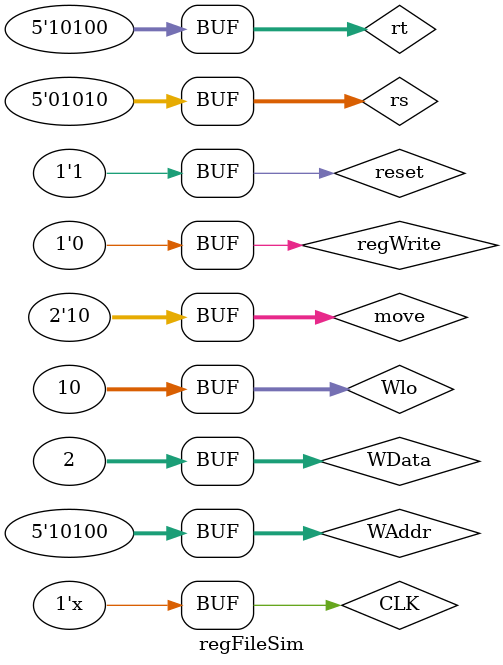
<source format=v>
`timescale 1 ns / 1 ps
`define cycleTime 10
module regFileSim ();

reg CLK;
reg regWrite;
reg [1:0] move;

reg [4:0] rs;
reg [4:0] rt;
reg [31:0] WData;
reg [4:0]  WAddr;
reg [31:0] Wlo;

wire [31:0] rsData;
wire [31:0] rtData;

regFile Reg (CLK,regWrite,move,
             rs,rt,WData,WAddr,Wlo,
             rsData,rtData);
initial 
begin
    CLK <= 0;
    reset <= 1; regWrite <= 1; WData <= 32'haaaa; WAddr <= 5'd10;
    #10;
    reset <= 1; regWrite <= 1; WData <= 32'hbbbb; WAddr <= 5'd20;
    #10;
    reset <= 1; regWrite <= 0; rs <= 5'd10; rt <= 5'd20; move <= 0;
    #10;
    reset <= 0; regWrite <= 0; rs <= 5'd10; rt <= 5'd20; move <= 0;
    #10;
    reset <= 1; regWrite <= 1; WData <= 2; Wlo <= 10; move <= 2'b11;
    #10;
    reset <= 1; regWrite <= 0; move <= 2'b01;
    #10 
    reset <= 1; regWrite <= 0; move <= 2'b10;
end

always # (`cycleTime / 2)
begin
    CLK <= ~CLK;
end

endmodule
</source>
